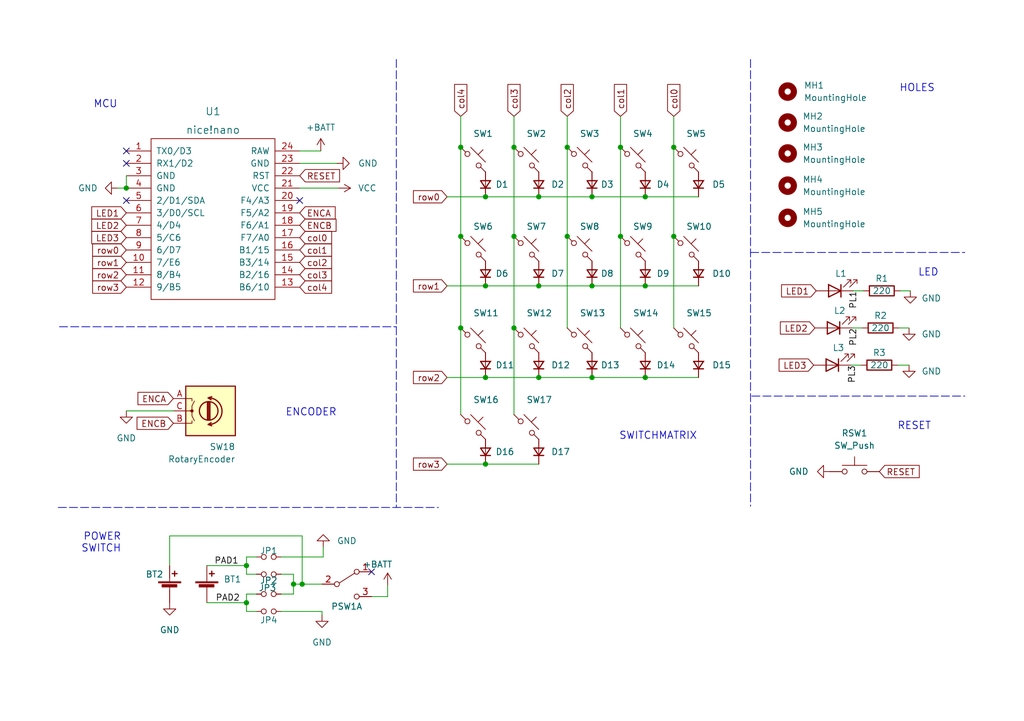
<source format=kicad_sch>
(kicad_sch (version 20211123) (generator eeschema)
  (paper "A5")
  (title_block (title "KLOTZ split keyboard") (date "2022-05-19") (rev "0.2") (comment 1 "Author: GEIST"))
  (lib_symbols
    (symbol "Device:Battery_Cell" (pin_numbers hide) (pin_names (offset 0) hide)
      (property "Reference" "BT" (at 2.54 2.54 0))
      (property "Value" "Battery_Cell" (at 2.54 0 0))
      (symbol "Battery_Cell_0_1"
        (rectangle (start -2.286 1.778) (end 2.286 1.524) (fill (type outline)))
        (rectangle (start -1.5748 1.1938) (end 1.4732 0.6858) (fill (type outline)))
        (polyline (pts (xy 0 0.762) (xy 0 0)))
        (polyline (pts (xy 0 1.778) (xy 0 2.54)))
        (polyline (pts (xy 0.508 3.429) (xy 1.524 3.429)) (stroke (width 0.254)))
        (polyline (pts (xy 1.016 3.937) (xy 1.016 2.921)) (stroke (width 0.254)))
      )
      (symbol "Battery_Cell_1_1"
        (pin passive line (at 0 5.08 270) (length 2.54) (name "+") (number "1"))
        (pin passive line (at 0 -2.54 90) (length 2.54) (name "-") (number "2"))
      )
    )
    (symbol "Device:D_Small" (pin_numbers hide) (pin_names (offset 0.254) hide)
      (property "Reference" "D" (at -1.27 2.032 0))
      (property "Value" "D_Small" (at -3.81 -2.032 0))
      (symbol "D_Small_0_1"
        (polyline (pts (xy -0.762 -1.016) (xy -0.762 1.016)) (stroke (width 0.254)))
        (polyline (pts (xy -0.762 0) (xy 0.762 0)))
        (polyline (pts (xy 0.762 -1.016) (xy -0.762 0) (xy 0.762 1.016) (xy 0.762 -1.016)) (stroke (width 0.254)))
      )
      (symbol "D_Small_1_1"
        (pin passive line (at -2.54 0 0) (length 1.778) (name "K") (number "1"))
        (pin passive line (at 2.54 0 180) (length 1.778) (name "A") (number "2"))
      )
    )
    (symbol "Device:LED" (pin_numbers hide) (pin_names (offset 1.016) hide)
      (property "Reference" "D" (at 0 2.54 0))
      (property "Value" "LED" (at 0 -2.54 0))
      (symbol "LED_0_1"
        (polyline (pts (xy -1.27 -1.27) (xy -1.27 1.27)) (stroke (width 0.254)))
        (polyline (pts (xy -1.27 0) (xy 1.27 0)))
        (polyline (pts (xy 1.27 -1.27) (xy 1.27 1.27) (xy -1.27 0) (xy 1.27 -1.27)) (stroke (width 0.254)))
        (polyline (pts (xy -3.048 -0.762) (xy -4.572 -2.286) (xy -3.81 -2.286) (xy -4.572 -2.286) (xy -4.572 -1.524)))
        (polyline (pts (xy -1.778 -0.762) (xy -3.302 -2.286) (xy -2.54 -2.286) (xy -3.302 -2.286) (xy -3.302 -1.524)))
      )
      (symbol "LED_1_1"
        (pin passive line (at -3.81 0 0) (length 2.54) (name "K") (number "1"))
        (pin passive line (at 3.81 0 180) (length 2.54) (name "A") (number "2"))
      )
    )
    (symbol "Device:R" (pin_numbers hide) (pin_names (offset 0))
      (property "Reference" "R" (at 2.032 0 90))
      (property "Value" "R" (at 0 0 90))
      (symbol "R_0_1"
        (rectangle (start -1.016 -2.54) (end 1.016 2.54) (stroke (width 0.254)))
      )
      (symbol "R_1_1"
        (pin passive line (at 0 3.81 270) (length 1.27) (name "~") (number "1"))
        (pin passive line (at 0 -3.81 90) (length 1.27) (name "~") (number "2"))
      )
    )
    (symbol "Device:RotaryEncoder" (pin_names (offset 0.254) hide)
      (property "Reference" "SW" (at 0 6.604 0))
      (property "Value" "RotaryEncoder" (at 0 -6.604 0))
      (symbol "RotaryEncoder_0_1"
        (rectangle (start -5.08 5.08) (end 5.08 -5.08) (stroke (width 0.254)) (fill (type background)))
        (circle (center -3.81 0) (radius 0.254) (fill (type outline)))
        (arc (start -0.381 -2.794) (mid 2.3622 -0.0635) (end -0.381 2.667) (stroke (width 0.254)))
        (circle (center -0.381 0) (radius 1.905) (stroke (width 0.254)))
        (polyline (pts (xy -0.635 -1.778) (xy -0.635 1.778)) (stroke (width 0.254)))
        (polyline (pts (xy -0.381 -1.778) (xy -0.381 1.778)) (stroke (width 0.254)))
        (polyline (pts (xy -0.127 1.778) (xy -0.127 -1.778)) (stroke (width 0.254)))
        (polyline (pts (xy -5.08 -2.54) (xy -3.81 -2.54) (xy -3.81 -2.032)))
        (polyline (pts (xy -5.08 2.54) (xy -3.81 2.54) (xy -3.81 2.032)))
        (polyline (pts (xy 0.254 -3.048) (xy -0.508 -2.794) (xy 0.127 -2.413)) (stroke (width 0.254)))
        (polyline (pts (xy 0.254 2.921) (xy -0.508 2.667) (xy 0.127 2.286)) (stroke (width 0.254)))
        (polyline (pts (xy -5.08 0) (xy -3.81 0) (xy -3.81 -1.016) (xy -3.302 -2.032)))
        (polyline (pts (xy -4.318 0) (xy -3.81 0) (xy -3.81 1.016) (xy -3.302 2.032)))
      )
      (symbol "RotaryEncoder_1_1"
        (pin passive line (at -7.62 2.54 0) (length 2.54) (name "A") (number "A"))
        (pin passive line (at -7.62 -2.54 0) (length 2.54) (name "B") (number "B"))
        (pin passive line (at -7.62 0 0) (length 2.54) (name "C") (number "C"))
      )
    )
    (symbol "KLOTZ:Device_Jumper_NO_Small" (pin_numbers hide) (pin_names (offset 0.762) hide)
      (property "Reference" "JP" (at 0 2.032 0))
      (property "Value" "Device_Jumper_NO_Small" (at 0.254 -1.524 0))
      (symbol "Device_Jumper_NO_Small_0_1"
        (circle (center -1.016 0) (radius 0.508))
        (circle (center 1.016 0) (radius 0.508))
        (pin passive line (at -2.54 0 0) (length 1.016) (name "1") (number "1"))
        (pin passive line (at 2.54 0 180) (length 1.016) (name "2") (number "2"))
      )
    )
    (symbol "KLOTZ:MX_SW_HS" (pin_numbers hide) (pin_names (offset 1.016) hide)
      (property "Reference" "SW" (at 3.048 1.016 0))
      (property "Value" "MX_SW_HS" (at 0 -3.81 0))
      (symbol "MX_SW_HS_0_1"
        (circle (center -1.1684 1.1684) (radius 0.508))
        (polyline (pts (xy -0.508 2.54) (xy 2.54 -0.508)))
        (polyline (pts (xy 1.016 1.016) (xy 2.032 2.032)))
        (polyline (pts (xy -2.54 2.54) (xy -1.524 1.524) (xy -1.524 1.524)))
        (polyline (pts (xy 1.524 -1.524) (xy 2.54 -2.54) (xy 2.54 -2.54) (xy 2.54 -2.54)))
        (circle (center 1.143 -1.1938) (radius 0.508))
        (pin passive line (at -2.54 2.54 0) (length 0) (name "1") (number "1"))
        (pin passive line (at 2.54 -2.54 180) (length 0) (name "2") (number "2"))
      )
    )
    (symbol "Mechanical:MountingHole" (pin_names (offset 1.016))
      (property "Reference" "H" (at 0 5.08 0))
      (property "Value" "MountingHole" (at 0 3.175 0))
      (symbol "MountingHole_0_1"
        (circle (center 0 0) (radius 1.27) (stroke (width 1.27)))
      )
    )
    (symbol "Switch:SW_DPDT_x2" (pin_names (offset 0) hide)
      (property "Reference" "SW" (at 0 4.318 0))
      (property "Value" "SW_DPDT_x2" (at 0 -5.08 0))
      (symbol "SW_DPDT_x2_0_0"
        (circle (center -2.032 0) (radius 0.508))
        (circle (center 2.032 -2.54) (radius 0.508))
      )
      (symbol "SW_DPDT_x2_0_1"
        (polyline (pts (xy -1.524 0.254) (xy 1.651 2.286)))
        (circle (center 2.032 2.54) (radius 0.508))
      )
      (symbol "SW_DPDT_x2_1_1"
        (pin passive line (at 5.08 2.54 180) (length 2.54) (name "A") (number "1"))
        (pin passive line (at -5.08 0 0) (length 2.54) (name "B") (number "2"))
        (pin passive line (at 5.08 -2.54 180) (length 2.54) (name "C") (number "3"))
      )
      (symbol "SW_DPDT_x2_2_1"
        (pin passive line (at 5.08 2.54 180) (length 2.54) (name "A") (number "4"))
        (pin passive line (at -5.08 0 0) (length 2.54) (name "B") (number "5"))
        (pin passive line (at 5.08 -2.54 180) (length 2.54) (name "C") (number "6"))
      )
    )
    (symbol "Switch:SW_Push" (pin_numbers hide) (pin_names (offset 1.016) hide)
      (property "Reference" "SW" (at 1.27 2.54 0))
      (property "Value" "SW_Push" (at 0 -1.524 0))
      (symbol "SW_Push_0_1"
        (circle (center -2.032 0) (radius 0.508))
        (polyline (pts (xy 0 1.27) (xy 0 3.048)))
        (polyline (pts (xy 2.54 1.27) (xy -2.54 1.27)))
        (circle (center 2.032 0) (radius 0.508))
        (pin passive line (at -5.08 0 0) (length 2.54) (name "1") (number "1"))
        (pin passive line (at 5.08 0 180) (length 2.54) (name "2") (number "2"))
      )
    )
    (symbol "device_jumper_no_small:Device_Jumper_NO_Small" (pin_numbers hide) (pin_names (offset 0.762) hide)
      (property "Reference" "JP" (at 0 2.032 0))
      (property "Value" "Device_Jumper_NO_Small" (at 0.254 -1.524 0))
      (symbol "Device_Jumper_NO_Small_0_1"
        (circle (center -1.016 0) (radius 0.508))
        (circle (center 1.016 0) (radius 0.508))
        (pin passive line (at -2.54 0 0) (length 1.016) (name "1") (number "1"))
        (pin passive line (at 2.54 0 180) (length 1.016) (name "2") (number "2"))
      )
    )
    (symbol "kbd:ProMicro" (pin_names (offset 1.016))
      (property "Reference" "U" (at 0 19.05 0))
      (property "Value" "ProMicro" (at 0 -19.05 0))
      (symbol "ProMicro_0_1"
        (rectangle (start -12.7 16.51) (end 12.7 -16.51))
      )
      (symbol "ProMicro_1_1"
        (pin bidirectional line (at -17.78 13.97 0) (length 5.08) (name "TX0/D3") (number "1"))
        (pin bidirectional line (at -17.78 -8.89 0) (length 5.08) (name "7/E6") (number "10"))
        (pin bidirectional line (at -17.78 -11.43 0) (length 5.08) (name "8/B4") (number "11"))
        (pin bidirectional line (at -17.78 -13.97 0) (length 5.08) (name "9/B5") (number "12"))
        (pin bidirectional line (at 17.78 -13.97 180) (length 5.08) (name "B6/10") (number "13"))
        (pin bidirectional line (at 17.78 -11.43 180) (length 5.08) (name "B2/16") (number "14"))
        (pin bidirectional line (at 17.78 -8.89 180) (length 5.08) (name "B3/14") (number "15"))
        (pin bidirectional line (at 17.78 -6.35 180) (length 5.08) (name "B1/15") (number "16"))
        (pin bidirectional line (at 17.78 -3.81 180) (length 5.08) (name "F7/A0") (number "17"))
        (pin bidirectional line (at 17.78 -1.27 180) (length 5.08) (name "F6/A1") (number "18"))
        (pin bidirectional line (at 17.78 1.27 180) (length 5.08) (name "F5/A2") (number "19"))
        (pin bidirectional line (at -17.78 11.43 0) (length 5.08) (name "RX1/D2") (number "2"))
        (pin bidirectional line (at 17.78 3.81 180) (length 5.08) (name "F4/A3") (number "20"))
        (pin power_in line (at 17.78 6.35 180) (length 5.08) (name "VCC") (number "21"))
        (pin input line (at 17.78 8.89 180) (length 5.08) (name "RST") (number "22"))
        (pin power_in line (at 17.78 11.43 180) (length 5.08) (name "GND") (number "23"))
        (pin power_out line (at 17.78 13.97 180) (length 5.08) (name "RAW") (number "24"))
        (pin power_in line (at -17.78 8.89 0) (length 5.08) (name "GND") (number "3"))
        (pin power_in line (at -17.78 6.35 0) (length 5.08) (name "GND") (number "4"))
        (pin bidirectional line (at -17.78 3.81 0) (length 5.08) (name "2/D1/SDA") (number "5"))
        (pin bidirectional line (at -17.78 1.27 0) (length 5.08) (name "3/D0/SCL") (number "6"))
        (pin bidirectional line (at -17.78 -1.27 0) (length 5.08) (name "4/D4") (number "7"))
        (pin bidirectional line (at -17.78 -3.81 0) (length 5.08) (name "5/C6") (number "8"))
        (pin bidirectional line (at -17.78 -6.35 0) (length 5.08) (name "6/D7") (number "9"))
      )
    )
    (symbol "marbastlib-mx:MX_SW_HS" (pin_numbers hide) (pin_names (offset 1.016) hide)
      (property "Reference" "SW" (at 3.048 1.016 0))
      (property "Value" "MX_SW_HS" (at 0 -3.81 0))
      (symbol "MX_SW_HS_0_1"
        (circle (center -1.1684 1.1684) (radius 0.508))
        (polyline (pts (xy -0.508 2.54) (xy 2.54 -0.508)))
        (polyline (pts (xy 1.016 1.016) (xy 2.032 2.032)))
        (polyline (pts (xy -2.54 2.54) (xy -1.524 1.524) (xy -1.524 1.524)))
        (polyline (pts (xy 1.524 -1.524) (xy 2.54 -2.54) (xy 2.54 -2.54) (xy 2.54 -2.54)))
        (circle (center 1.143 -1.1938) (radius 0.508))
        (pin passive line (at -2.54 2.54 0) (length 0) (name "1") (number "1"))
        (pin passive line (at 2.54 -2.54 180) (length 0) (name "2") (number "2"))
      )
    )
    (symbol "power:+BATT" (power) (pin_names (offset 0))
      (property "Value" "+BATT" (at 0 3.556 0))
      (symbol "+BATT_0_1"
        (polyline (pts (xy -0.762 1.27) (xy 0 2.54)))
        (polyline (pts (xy 0 0) (xy 0 2.54)))
        (polyline (pts (xy 0 2.54) (xy 0.762 1.27)))
      )
      (symbol "+BATT_1_1"
        (pin power_in line (at 0 0 90) (length 0) hide (name "+BATT") (number "1"))
      )
    )
    (symbol "power:GND" (power) (pin_names (offset 0))
      (property "Value" "GND" (at 0 -3.81 0))
      (symbol "GND_0_1"
        (polyline (pts (xy 0 0) (xy 0 -1.27) (xy 1.27 -1.27) (xy 0 -2.54) (xy -1.27 -1.27) (xy 0 -1.27)))
      )
      (symbol "GND_1_1"
        (pin power_in line (at 0 0 270) (length 0) hide (name "GND") (number "1"))
      )
    )
    (symbol "power:VCC" (power) (pin_names (offset 0))
      (property "Value" "VCC" (at 0 3.81 0))
      (symbol "VCC_0_1"
        (polyline (pts (xy -0.762 1.27) (xy 0 2.54)))
        (polyline (pts (xy 0 0) (xy 0 2.54)))
        (polyline (pts (xy 0 2.54) (xy 0.762 1.27)))
      )
      (symbol "VCC_1_1"
        (pin power_in line (at 0 0 90) (length 0) hide (name "VCC") (number "1"))
      )
    )
  )
  (junction (at 127.254 30.226))
  (junction (at 99.568 40.386))
  (junction (at 110.49 77.47))
  (junction (at 138.176 30.226))
  (junction (at 105.41 30.226))
  (junction (at 138.176 48.514))
  (junction (at 132.334 58.674))
  (junction (at 61.976 119.888))
  (junction (at 94.488 67.31))
  (junction (at 132.334 77.47))
  (junction (at 110.49 40.386))
  (junction (at 99.568 77.47))
  (junction (at 60.198 119.888))
  (junction (at 50.546 123.698))
  (junction (at 99.568 58.674))
  (junction (at 121.412 58.674))
  (junction (at 105.41 48.514))
  (junction (at 132.334 40.386))
  (junction (at 50.546 116.078))
  (junction (at 105.41 67.31))
  (junction (at 116.332 48.514))
  (junction (at 121.412 40.386))
  (junction (at 110.49 58.674))
  (junction (at 127.254 48.514))
  (junction (at 99.568 95.25))
  (junction (at 25.908 38.608))
  (junction (at 116.332 30.226))
  (junction (at 121.412 77.47))
  (junction (at 94.488 30.226))
  (junction (at 94.488 48.514))
  (no_connect (at 25.908 30.988))
  (no_connect (at 25.908 41.148))
  (no_connect (at 61.468 41.148))
  (no_connect (at 76.2 117.348))
  (no_connect (at 25.908 33.528))
  (wire (pts (xy 57.658 114.3) (xy 66.294 114.3)))
  (wire (pts (xy 57.658 125.476) (xy 66.04 125.476)))
  (wire (pts (xy 34.798 109.982) (xy 61.976 109.982)))
  (wire (pts (xy 121.412 77.47) (xy 132.334 77.47)))
  (wire (pts (xy 91.694 40.386) (xy 99.568 40.386)))
  (wire (pts (xy 110.49 40.386) (xy 121.412 40.386)))
  (wire (pts (xy 50.546 117.856) (xy 52.578 117.856)))
  (wire (pts (xy 50.546 121.92) (xy 52.578 121.92)))
  (wire (pts (xy 127.254 23.876) (xy 127.254 30.226)))
  (wire (pts (xy 99.568 77.47) (xy 110.49 77.47)))
  (wire (pts (xy 42.418 123.698) (xy 50.546 123.698)))
  (wire (pts (xy 94.488 23.876) (xy 94.488 30.226)))
  (wire (pts (xy 50.546 116.078) (xy 50.546 117.856)))
  (wire (pts (xy 105.41 67.31) (xy 105.41 85.09)))
  (wire (pts (xy 57.658 121.92) (xy 60.198 121.92)))
  (wire (pts (xy 50.546 123.698) (xy 50.546 121.92)))
  (wire (pts (xy 61.468 38.608) (xy 69.342 38.608)))
  (polyline (pts (xy 153.924 51.816) (xy 197.866 51.816)))
  (wire (pts (xy 138.176 48.514) (xy 138.176 67.31)))
  (wire (pts (xy 91.694 58.674) (xy 99.568 58.674)))
  (wire (pts (xy 91.694 77.47) (xy 99.568 77.47)))
  (wire (pts (xy 116.332 30.226) (xy 116.332 48.514)))
  (wire (pts (xy 61.468 30.988) (xy 65.786 30.988)))
  (wire (pts (xy 121.412 58.674) (xy 132.334 58.674)))
  (wire (pts (xy 138.176 23.876) (xy 138.176 30.226)))
  (wire (pts (xy 61.976 109.982) (xy 61.976 119.888)))
  (wire (pts (xy 116.332 48.514) (xy 116.332 67.31)))
  (wire (pts (xy 99.568 40.386) (xy 110.49 40.386)))
  (wire (pts (xy 186.69 59.69) (xy 184.658 59.69)))
  (wire (pts (xy 79.502 122.428) (xy 79.502 120.142)))
  (wire (pts (xy 76.2 122.428) (xy 79.502 122.428)))
  (wire (pts (xy 94.488 48.514) (xy 94.488 67.31)))
  (wire (pts (xy 110.49 77.47) (xy 121.412 77.47)))
  (wire (pts (xy 61.976 119.888) (xy 60.198 119.888)))
  (wire (pts (xy 52.578 125.476) (xy 50.546 125.476)))
  (wire (pts (xy 105.41 23.876) (xy 105.41 30.226)))
  (wire (pts (xy 94.488 67.31) (xy 94.488 85.09)))
  (polyline (pts (xy 154.178 81.28) (xy 197.866 81.28)))
  (wire (pts (xy 132.334 40.386) (xy 143.256 40.386)))
  (wire (pts (xy 127.254 30.226) (xy 127.254 48.514)))
  (wire (pts (xy 50.546 125.476) (xy 50.546 123.698)))
  (wire (pts (xy 66.294 114.3) (xy 66.294 112.268)))
  (wire (pts (xy 116.332 23.876) (xy 116.332 30.226)))
  (wire (pts (xy 110.49 58.674) (xy 121.412 58.674)))
  (wire (pts (xy 61.468 33.528) (xy 69.088 33.528)))
  (wire (pts (xy 42.418 116.078) (xy 50.546 116.078)))
  (wire (pts (xy 60.198 117.856) (xy 57.658 117.856)))
  (wire (pts (xy 176.53 74.93) (xy 174.498 74.93)))
  (wire (pts (xy 105.41 30.226) (xy 105.41 48.514)))
  (polyline (pts (xy 11.938 104.14) (xy 89.916 104.14)))
  (wire (pts (xy 25.908 36.068) (xy 25.908 38.608)))
  (wire (pts (xy 94.488 30.226) (xy 94.488 48.514)))
  (wire (pts (xy 66.04 119.888) (xy 61.976 119.888)))
  (wire (pts (xy 127.254 48.514) (xy 127.254 67.31)))
  (wire (pts (xy 186.436 74.93) (xy 184.15 74.93)))
  (wire (pts (xy 99.568 95.25) (xy 110.49 95.25)))
  (wire (pts (xy 132.334 58.674) (xy 143.256 58.674)))
  (wire (pts (xy 34.798 116.078) (xy 34.798 109.982)))
  (wire (pts (xy 177.038 59.69) (xy 175.006 59.69)))
  (wire (pts (xy 138.176 30.226) (xy 138.176 48.514)))
  (wire (pts (xy 66.04 125.476) (xy 66.04 126.238)))
  (wire (pts (xy 60.198 117.856) (xy 60.198 119.888)))
  (wire (pts (xy 186.436 67.31) (xy 184.404 67.31)))
  (wire (pts (xy 99.568 58.674) (xy 110.49 58.674)))
  (wire (pts (xy 132.334 77.47) (xy 143.256 77.47)))
  (wire (pts (xy 25.908 84.328) (xy 35.56 84.328)))
  (wire (pts (xy 60.198 119.888) (xy 60.198 121.92)))
  (wire (pts (xy 52.578 114.3) (xy 50.546 114.3)))
  (wire (pts (xy 105.41 48.514) (xy 105.41 67.31)))
  (wire (pts (xy 24.13 38.608) (xy 25.908 38.608)))
  (polyline (pts (xy 81.28 12.192) (xy 81.28 104.14)))
  (wire (pts (xy 176.784 67.31) (xy 174.752 67.31)))
  (polyline (pts (xy 153.924 12.192) (xy 153.924 103.886)))
  (wire (pts (xy 50.546 114.3) (xy 50.546 116.078)))
  (wire (pts (xy 91.694 95.25) (xy 99.568 95.25)))
  (wire (pts (xy 121.412 40.386) (xy 132.334 40.386)))
  (polyline (pts (xy 12.192 67.056) (xy 81.28 67.056)))
  (text "SWITCHMATRIX" (at 143.002 90.424 180) (effects (font (size 1.5 1.5)) (justify right bottom)))
  (text "POWER\nSWITCH" (at 24.892 113.538 180) (effects (font (size 1.5 1.5)) (justify right bottom)))
  (text "HOLES" (at 191.77 19.05 180) (effects (font (size 1.5 1.5)) (justify right bottom)))
  (text "LED" (at 192.532 56.896 180) (effects (font (size 1.5 1.5)) (justify right bottom)))
  (text "MCU" (at 24.13 22.352 180) (effects (font (size 1.5 1.5)) (justify right bottom)))
  (text "RESET" (at 191.008 88.392 180) (effects (font (size 1.5 1.5)) (justify right bottom)))
  (text "ENCODER" (at 69.088 85.598 180) (effects (font (size 1.5 1.5)) (justify right bottom)))
  (label "PAD2" (at 44.196 123.698 0))
  (label "PL3" (at 175.768 74.93 270))
  (label "PAD1" (at 43.942 116.078 0))
  (label "PL1" (at 176.022 59.69 270))
  (label "PL2" (at 176.022 67.31 270))
  (global_label "col4" (shape input) (at 94.488 23.876 90) (property "Intersheet References" "${INTERSHEET_REFS}" (effects hide)))
  (global_label "col1" (shape input) (at 127.254 23.876 90) (property "Intersheet References" "${INTERSHEET_REFS}" (effects hide)))
  (global_label "col3" (shape input) (at 105.41 23.876 90) (property "Intersheet References" "${INTERSHEET_REFS}" (effects hide)))
  (global_label "ENCA" (shape input) (at 35.56 81.788 180) (property "Intersheet References" "${INTERSHEET_REFS}" (effects hide)))
  (global_label "row3" (shape input) (at 25.908 58.928 180) (property "Intersheet References" "${INTERSHEET_REFS}" (effects hide)))
  (global_label "col2" (shape input) (at 116.332 23.876 90) (property "Intersheet References" "${INTERSHEET_REFS}" (effects hide)))
  (global_label "row1" (shape input) (at 25.908 53.848 180) (property "Intersheet References" "${INTERSHEET_REFS}" (effects hide)))
  (global_label "LED3" (shape input) (at 166.878 74.93 180) (property "Intersheet References" "${INTERSHEET_REFS}" (effects hide)))
  (global_label "LED1" (shape input) (at 167.386 59.69 180) (property "Intersheet References" "${INTERSHEET_REFS}" (effects hide)))
  (global_label "row1" (shape input) (at 91.694 58.674 180) (property "Intersheet References" "${INTERSHEET_REFS}" (effects hide)))
  (global_label "col3" (shape input) (at 61.468 56.388 0) (property "Intersheet References" "${INTERSHEET_REFS}" (effects hide)))
  (global_label "row2" (shape input) (at 25.908 56.388 180) (property "Intersheet References" "${INTERSHEET_REFS}" (effects hide)))
  (global_label "ENCB" (shape input) (at 35.56 86.868 180) (property "Intersheet References" "${INTERSHEET_REFS}" (effects hide)))
  (global_label "LED2" (shape input) (at 25.908 46.228 180) (property "Intersheet References" "${INTERSHEET_REFS}" (effects hide)))
  (global_label "RESET" (shape input) (at 61.468 36.068 0) (property "Intersheet References" "${INTERSHEET_REFS}" (effects hide)))
  (global_label "col4" (shape input) (at 61.468 58.928 0) (property "Intersheet References" "${INTERSHEET_REFS}" (effects hide)))
  (global_label "row0" (shape input) (at 91.694 40.386 180) (property "Intersheet References" "${INTERSHEET_REFS}" (effects hide)))
  (global_label "LED3" (shape input) (at 25.908 48.768 180) (property "Intersheet References" "${INTERSHEET_REFS}" (effects hide)))
  (global_label "col2" (shape input) (at 61.468 53.848 0) (property "Intersheet References" "${INTERSHEET_REFS}" (effects hide)))
  (global_label "LED1" (shape input) (at 25.908 43.688 180) (property "Intersheet References" "${INTERSHEET_REFS}" (effects hide)))
  (global_label "ENCA" (shape input) (at 61.468 43.688 0) (property "Intersheet References" "${INTERSHEET_REFS}" (effects hide)))
  (global_label "RESET" (shape input) (at 180.34 96.774 0) (property "Intersheet References" "${INTERSHEET_REFS}" (effects hide)))
  (global_label "row3" (shape input) (at 91.694 95.25 180) (property "Intersheet References" "${INTERSHEET_REFS}" (effects hide)))
  (global_label "col0" (shape input) (at 138.176 23.876 90) (property "Intersheet References" "${INTERSHEET_REFS}" (effects hide)))
  (global_label "row2" (shape input) (at 91.694 77.47 180) (property "Intersheet References" "${INTERSHEET_REFS}" (effects hide)))
  (global_label "col0" (shape input) (at 61.468 48.768 0) (property "Intersheet References" "${INTERSHEET_REFS}" (effects hide)))
  (global_label "col1" (shape input) (at 61.468 51.308 0) (property "Intersheet References" "${INTERSHEET_REFS}" (effects hide)))
  (global_label "ENCB" (shape input) (at 61.468 46.228 0) (property "Intersheet References" "${INTERSHEET_REFS}" (effects hide)))
  (global_label "row0" (shape input) (at 25.908 51.308 180) (property "Intersheet References" "${INTERSHEET_REFS}" (effects hide)))
  (global_label "LED2" (shape input) (at 167.132 67.31 180) (property "Intersheet References" "${INTERSHEET_REFS}" (effects hide)))
  (symbol (lib_id "power:GND") (at 170.18 96.774 270) (unit 1)
    (property "Reference" "#PWR0105" (effects hide))
    (property "Value" "GND" (at 165.862 96.7739 90) (effects (justify right)))
  )
  (symbol (lib_id "Mechanical:MountingHole") (at 161.544 31.496 0) (unit 1)
    (property "Reference" "MH3" (at 164.592 30.2259 0) (effects (justify left)))
    (property "Value" "MountingHole" (at 164.592 32.7659 0) (effects (justify left)))
    (property "Footprint" "MountingHole:MountingHole_2.2mm_M2_ISO7380_Pad" (effects hide))
  )
  (symbol (lib_id "marbastlib-mx:MX_SW_HS") (at 118.872 51.054 0) (unit 1)
    (property "Reference" "SW8" (at 118.872 46.482 0) (effects (justify left)))
    (property "Value" "MX_SW_HS" (effects hide))
    (property "Footprint" "KLOTZ:Kailh_socket_PG1350_optional_reversible" (effects hide))
  )
  (symbol (lib_id "Device:D_Small") (at 110.49 56.134 90) (unit 1)
    (property "Reference" "D7" (at 113.03 56.1339 90) (effects (justify right)))
    (property "Value" "D_Small" (effects hide))
    (property "Footprint" "KLOTZ:Diode_SOD123" (effects hide))
  )
  (symbol (lib_id "Device:LED") (at 171.196 59.69 180) (unit 1)
    (property "Reference" "L1" (at 172.466 56.134 0))
    (property "Value" "LED" (effects hide))
    (property "Footprint" "KLOTZ:LED_3mm_reversible" (effects hide))
  )
  (symbol (lib_id "marbastlib-mx:MX_SW_HS") (at 140.716 32.766 0) (unit 1)
    (property "Reference" "SW5" (at 140.716 27.432 0) (effects (justify left)))
    (property "Value" "MX_SW_HS" (effects hide))
    (property "Footprint" "KLOTZ:Kailh_socket_PG1350_optional_reversible" (effects hide))
  )
  (symbol (lib_id "power:+BATT") (at 79.502 120.142 0) (unit 1)
    (property "Reference" "#PWR0106" (effects hide))
    (property "Value" "+BATT" (at 77.47 115.824 0))
  )
  (symbol (lib_id "Device:D_Small") (at 132.334 56.134 90) (unit 1)
    (property "Reference" "D9" (at 134.62 56.1339 90) (effects (justify right)))
    (property "Value" "D_Small" (effects hide))
    (property "Footprint" "KLOTZ:Diode_SOD123" (effects hide))
  )
  (symbol (lib_id "power:GND") (at 186.69 59.69 0) (unit 1)
    (property "Reference" "#PWR0111" (effects hide))
    (property "Value" "GND" (at 191.008 61.214 0))
  )
  (symbol (lib_id "Device:LED") (at 170.688 74.93 180) (unit 1)
    (property "Reference" "L3" (at 171.958 71.374 0))
    (property "Value" "LED" (effects hide))
    (property "Footprint" "KLOTZ:LED_3mm_reversible" (effects hide))
  )
  (symbol (lib_id "Device:D_Small") (at 99.568 37.846 90) (unit 1)
    (property "Reference" "D1" (at 101.6 37.8459 90) (effects (justify right)))
    (property "Value" "D_Small" (effects hide))
    (property "Footprint" "KLOTZ:Diode_SOD123" (effects hide))
  )
  (symbol (lib_id "Device:D_Small") (at 132.334 74.93 90) (unit 1)
    (property "Reference" "D14" (at 134.62 74.9299 90) (effects (justify right)))
    (property "Value" "D_Small" (effects hide))
    (property "Footprint" "KLOTZ:Diode_SOD123" (effects hide))
  )
  (symbol (lib_id "marbastlib-mx:MX_SW_HS") (at 129.794 51.054 0) (unit 1)
    (property "Reference" "SW9" (at 129.794 46.482 0) (effects (justify left)))
    (property "Value" "MX_SW_HS" (effects hide))
    (property "Footprint" "KLOTZ:Kailh_socket_PG1350_optional_reversible" (effects hide))
  )
  (symbol (lib_id "Device:D_Small") (at 110.49 74.93 90) (unit 1)
    (property "Reference" "D12" (at 113.03 74.9299 90) (effects (justify right)))
    (property "Value" "D_Small" (effects hide))
    (property "Footprint" "KLOTZ:Diode_SOD123" (effects hide))
  )
  (symbol (lib_id "marbastlib-mx:MX_SW_HS") (at 118.872 32.766 0) (unit 1)
    (property "Reference" "SW3" (at 118.872 27.432 0) (effects (justify left)))
    (property "Value" "MX_SW_HS" (effects hide))
    (property "Footprint" "KLOTZ:Kailh_socket_PG1350_optional_reversible" (effects hide))
  )
  (symbol (lib_id "Device:Battery_Cell") (at 42.418 121.158 0) (unit 1)
    (property "Reference" "BT1" (at 49.53 118.872 0) (effects (justify right)))
    (property "Value" "Battery_Cell" (effects hide))
    (property "Footprint" "KLOTZ:JST_PH_reversible" (effects hide))
  )
  (symbol (lib_id "Device:R") (at 180.594 67.31 90) (unit 1)
    (property "Reference" "R2" (at 180.594 64.77 90))
    (property "Value" "220" (at 180.594 67.31 90))
    (property "Footprint" "KLOTZ:R_1206_DoubleSided" (effects hide))
  )
  (symbol (lib_id "Mechanical:MountingHole") (at 161.544 25.146 0) (unit 1)
    (property "Reference" "MH2" (at 164.592 23.8759 0) (effects (justify left)))
    (property "Value" "MountingHole" (at 164.592 26.4159 0) (effects (justify left)))
    (property "Footprint" "MountingHole:MountingHole_2.2mm_M2_ISO7380_Pad" (effects hide))
  )
  (symbol (lib_id "Device:D_Small") (at 99.568 74.93 90) (unit 1)
    (property "Reference" "D11" (at 101.6 74.9299 90) (effects (justify right)))
    (property "Value" "D_Small" (effects hide))
    (property "Footprint" "KLOTZ:Diode_SOD123" (effects hide))
  )
  (symbol (lib_id "Mechanical:MountingHole") (at 161.544 18.796 0) (unit 1)
    (property "Reference" "MH1" (at 164.846 17.5259 0) (effects (justify left)))
    (property "Value" "MountingHole" (at 164.846 20.0659 0) (effects (justify left)))
    (property "Footprint" "MountingHole:MountingHole_2.2mm_M2_ISO7380_Pad" (effects hide))
  )
  (symbol (lib_id "Device:D_Small") (at 110.49 37.846 90) (unit 1)
    (property "Reference" "D2" (at 113.03 37.8459 90) (effects (justify right)))
    (property "Value" "D_Small" (effects hide))
    (property "Footprint" "KLOTZ:Diode_SOD123" (effects hide))
  )
  (symbol (lib_id "Device:D_Small") (at 143.256 74.93 90) (unit 1)
    (property "Reference" "D15" (at 146.05 74.9299 90) (effects (justify right)))
    (property "Value" "D_Small" (effects hide))
    (property "Footprint" "KLOTZ:Diode_SOD123" (effects hide))
  )
  (symbol (lib_id "Switch:SW_Push") (at 175.26 96.774 0) (unit 1)
    (property "Reference" "RSW1" (at 175.26 88.9 0))
    (property "Value" "SW_Push" (at 175.26 91.44 0))
    (property "Footprint" "KLOTZ:ResetSW" (effects hide))
  )
  (symbol (lib_id "Device:D_Small") (at 110.49 92.71 90) (unit 1)
    (property "Reference" "D17" (at 113.03 92.7099 90) (effects (justify right)))
    (property "Value" "D_Small" (effects hide))
    (property "Footprint" "KLOTZ:Diode_SOD123" (effects hide))
  )
  (symbol (lib_id "Device:D_Small") (at 121.412 56.134 90) (unit 1)
    (property "Reference" "D8" (at 123.19 56.1339 90) (effects (justify right)))
    (property "Value" "D_Small" (effects hide))
    (property "Footprint" "KLOTZ:Diode_SOD123" (effects hide))
  )
  (symbol (lib_id "KLOTZ:Device_Jumper_NO_Small") (at 55.118 121.92 0) (unit 1)
    (property "Reference" "JP3" (at 54.864 120.65 0))
    (property "Value" "Device_Jumper_NO_Small" (effects hide))
    (property "Footprint" "KLOTZ:Jumper" (effects hide))
  )
  (symbol (lib_id "Device:R") (at 180.34 74.93 90) (unit 1)
    (property "Reference" "R3" (at 180.34 72.39 90))
    (property "Value" "220" (at 180.34 74.93 90))
    (property "Footprint" "KLOTZ:R_1206_DoubleSided" (effects hide))
  )
  (symbol (lib_id "Mechanical:MountingHole") (at 161.544 44.704 0) (unit 1)
    (property "Reference" "MH5" (at 164.592 43.4339 0) (effects (justify left)))
    (property "Value" "MountingHole" (at 164.592 45.9739 0) (effects (justify left)))
    (property "Footprint" "MountingHole:MountingHole_2.2mm_M2_ISO7380_Pad" (effects hide))
  )
  (symbol (lib_id "marbastlib-mx:MX_SW_HS") (at 118.872 69.85 0) (unit 1)
    (property "Reference" "SW13" (at 118.872 64.262 0) (effects (justify left)))
    (property "Value" "MX_SW_HS" (effects hide))
    (property "Footprint" "KLOTZ:Kailh_socket_PG1350_optional_reversible" (effects hide))
  )
  (symbol (lib_id "power:GND") (at 66.04 126.238 0) (unit 1)
    (property "Reference" "#PWR0112" (effects hide))
    (property "Value" "GND" (at 66.04 131.826 0))
  )
  (symbol (lib_id "power:VCC") (at 69.342 38.608 270) (unit 1)
    (property "Reference" "#PWR0102" (effects hide))
    (property "Value" "VCC" (at 73.406 38.6079 90) (effects (justify left)))
  )
  (symbol (lib_id "marbastlib-mx:MX_SW_HS") (at 97.028 87.63 0) (unit 1)
    (property "Reference" "SW16" (at 97.028 82.042 0) (effects (justify left)))
    (property "Value" "MX_SW_HS" (effects hide))
    (property "Footprint" "KLOTZ:Kailh_socket_PG1350_optional_reversible" (effects hide))
  )
  (symbol (lib_id "Device:D_Small") (at 99.568 56.134 90) (unit 1)
    (property "Reference" "D6" (at 101.6 56.1339 90) (effects (justify right)))
    (property "Value" "D_Small" (effects hide))
    (property "Footprint" "KLOTZ:Diode_SOD123" (effects hide))
  )
  (symbol (lib_id "marbastlib-mx:MX_SW_HS") (at 129.794 32.766 0) (unit 1)
    (property "Reference" "SW4" (at 129.794 27.432 0) (effects (justify left)))
    (property "Value" "MX_SW_HS" (effects hide))
    (property "Footprint" "KLOTZ:Kailh_socket_PG1350_optional_reversible" (effects hide))
  )
  (symbol (lib_id "Mechanical:MountingHole") (at 161.544 38.1 0) (unit 1)
    (property "Reference" "MH4" (at 164.592 36.8299 0) (effects (justify left)))
    (property "Value" "MountingHole" (at 164.592 39.3699 0) (effects (justify left)))
    (property "Footprint" "MountingHole:MountingHole_2.2mm_M2_ISO7380_Pad" (effects hide))
  )
  (symbol (lib_id "power:+BATT") (at 65.786 30.988 0) (unit 1)
    (property "Reference" "#PWR0108" (effects hide))
    (property "Value" "+BATT" (at 65.786 26.162 0))
  )
  (symbol (lib_id "marbastlib-mx:MX_SW_HS") (at 107.95 69.85 0) (unit 1)
    (property "Reference" "SW12" (at 107.95 64.262 0) (effects (justify left)))
    (property "Value" "MX_SW_HS" (effects hide))
    (property "Footprint" "KLOTZ:Kailh_socket_PG1350_optional_reversible" (effects hide))
  )
  (symbol (lib_id "power:GND") (at 24.13 38.608 270) (unit 1)
    (property "Reference" "#PWR0104" (effects hide))
    (property "Value" "GND" (at 20.066 38.6079 90) (effects (justify right)))
  )
  (symbol (lib_id "Device:Battery_Cell") (at 34.798 121.158 0) (unit 1)
    (property "Reference" "BT2" (at 33.528 117.856 0) (effects (justify right)))
    (property "Value" "Battery_Cell" (effects hide))
    (property "Footprint" "KLOTZ:custombatteryconnector" (effects hide))
  )
  (symbol (lib_id "KLOTZ:Device_Jumper_NO_Small") (at 55.118 114.3 0) (unit 1)
    (property "Reference" "JP1" (at 55.118 113.03 0))
    (property "Value" "Device_Jumper_NO_Small" (effects hide))
    (property "Footprint" "KLOTZ:Jumper" (effects hide))
  )
  (symbol (lib_id "power:GND") (at 186.436 74.93 0) (unit 1)
    (property "Reference" "#PWR0109" (effects hide))
    (property "Value" "GND" (at 188.976 76.2 0) (effects (justify left)))
  )
  (symbol (lib_id "KLOTZ:MX_SW_HS") (at 97.028 32.766 0) (unit 1)
    (property "Reference" "SW1" (at 97.028 27.432 0) (effects (justify left)))
    (property "Value" "MX_SW_HS" (effects hide))
    (property "Footprint" "KLOTZ:Kailh_socket_PG1350_optional_reversible" (effects hide))
  )
  (symbol (lib_id "Device:D_Small") (at 99.568 92.71 90) (unit 1)
    (property "Reference" "D16" (at 101.6 92.7099 90) (effects (justify right)))
    (property "Value" "D_Small" (effects hide))
    (property "Footprint" "KLOTZ:Diode_SOD123" (effects hide))
  )
  (symbol (lib_id "marbastlib-mx:MX_SW_HS") (at 140.716 51.054 0) (unit 1)
    (property "Reference" "SW10" (at 140.716 46.482 0) (effects (justify left)))
    (property "Value" "MX_SW_HS" (effects hide))
    (property "Footprint" "KLOTZ:Kailh_socket_PG1350_optional_reversible" (effects hide))
  )
  (symbol (lib_id "Device:RotaryEncoder") (at 43.18 84.328 0) (unit 1)
    (property "Reference" "SW18" (at 48.26 91.694 0) (effects (justify right)))
    (property "Value" "RotaryEncoder" (at 48.26 94.234 0) (effects (justify right)))
    (property "Footprint" "Rotary_Encoder:RotaryEncoder_Alps_EC12E_Vertical_H20mm" (effects hide))
  )
  (symbol (lib_id "Device:LED") (at 170.942 67.31 180) (unit 1)
    (property "Reference" "L2" (at 172.212 63.754 0))
    (property "Value" "LED" (effects hide))
    (property "Footprint" "KLOTZ:LED_3mm_reversible" (effects hide))
  )
  (symbol (lib_id "marbastlib-mx:MX_SW_HS") (at 140.716 69.85 0) (unit 1)
    (property "Reference" "SW15" (at 140.716 64.262 0) (effects (justify left)))
    (property "Value" "MX_SW_HS" (effects hide))
    (property "Footprint" "KLOTZ:Kailh_socket_PG1350_optional_reversible" (effects hide))
  )
  (symbol (lib_id "marbastlib-mx:MX_SW_HS") (at 97.028 69.85 0) (unit 1)
    (property "Reference" "SW11" (at 97.028 64.262 0) (effects (justify left)))
    (property "Value" "MX_SW_HS" (effects hide))
    (property "Footprint" "KLOTZ:Kailh_socket_PG1350_optional_reversible" (effects hide))
  )
  (symbol (lib_id "Device:D_Small") (at 132.334 37.846 90) (unit 1)
    (property "Reference" "D4" (at 134.62 37.8459 90) (effects (justify right)))
    (property "Value" "D_Small" (effects hide))
    (property "Footprint" "KLOTZ:Diode_SOD123" (effects hide))
  )
  (symbol (lib_id "marbastlib-mx:MX_SW_HS") (at 107.95 87.63 0) (unit 1)
    (property "Reference" "SW17" (at 107.95 82.042 0) (effects (justify left)))
    (property "Value" "MX_SW_HS" (effects hide))
    (property "Footprint" "KLOTZ:Kailh_socket_PG1350_optional_reversible" (effects hide))
  )
  (symbol (lib_id "marbastlib-mx:MX_SW_HS") (at 107.95 51.054 0) (unit 1)
    (property "Reference" "SW7" (at 107.95 46.482 0) (effects (justify left)))
    (property "Value" "MX_SW_HS" (effects hide))
    (property "Footprint" "KLOTZ:Kailh_socket_PG1350_optional_reversible" (effects hide))
  )
  (symbol (lib_id "Device:D_Small") (at 121.412 37.846 90) (unit 1)
    (property "Reference" "D3" (at 123.19 37.8459 90) (effects (justify right)))
    (property "Value" "D_Small" (effects hide))
    (property "Footprint" "KLOTZ:Diode_SOD123" (effects hide))
  )
  (symbol (lib_id "power:GND") (at 186.436 67.31 0) (unit 1)
    (property "Reference" "#PWR0110" (effects hide))
    (property "Value" "GND" (at 188.976 68.58 0) (effects (justify left)))
  )
  (symbol (lib_id "power:GND") (at 69.088 33.528 90) (unit 1)
    (property "Reference" "#PWR0103" (effects hide))
    (property "Value" "GND" (at 73.406 33.5279 90) (effects (justify right)))
  )
  (symbol (lib_id "Switch:SW_DPDT_x2") (at 71.12 119.888 0) (unit 1)
    (property "Reference" "PSW1" (at 71.12 124.46 0))
    (property "Value" "SW_DPDT_x2" (effects hide))
    (property "Footprint" "KLOTZ:MSK12C02_reversible" (effects hide))
  )
  (symbol (lib_id "marbastlib-mx:MX_SW_HS") (at 129.794 69.85 0) (unit 1)
    (property "Reference" "SW14" (at 129.794 64.262 0) (effects (justify left)))
    (property "Value" "MX_SW_HS" (effects hide))
    (property "Footprint" "KLOTZ:Kailh_socket_PG1350_optional_reversible" (effects hide))
  )
  (symbol (lib_id "kbd:ProMicro") (at 43.688 44.958 0) (unit 1)
    (property "Reference" "U1" (at 43.688 22.86 0) (effects (font (size 1.524 1.524))))
    (property "Value" "nice!nano" (at 43.688 26.67 0) (effects (font (size 1.524 1.524))))
    (property "Footprint" "KLOTZ:ProMicro_v2" (effects hide))
  )
  (symbol (lib_id "power:GND") (at 25.908 84.328 0) (unit 1)
    (property "Reference" "#PWR0101" (effects hide))
    (property "Value" "GND" (at 25.908 89.916 0))
  )
  (symbol (lib_id "power:GND") (at 66.294 112.268 180) (unit 1)
    (property "Reference" "#PWR0113" (effects hide))
    (property "Value" "GND" (at 69.088 110.9979 0) (effects (justify right)))
  )
  (symbol (lib_id "Device:D_Small") (at 121.412 74.93 90) (unit 1)
    (property "Reference" "D13" (at 123.19 74.9299 90) (effects (justify right)))
    (property "Value" "D_Small" (effects hide))
    (property "Footprint" "KLOTZ:Diode_SOD123" (effects hide))
  )
  (symbol (lib_id "Device:D_Small") (at 143.256 56.134 90) (unit 1)
    (property "Reference" "D10" (at 146.05 56.1339 90) (effects (justify right)))
    (property "Value" "D_Small" (effects hide))
    (property "Footprint" "KLOTZ:Diode_SOD123" (effects hide))
  )
  (symbol (lib_id "KLOTZ:MX_SW_HS") (at 107.95 32.766 0) (unit 1)
    (property "Reference" "SW2" (at 107.95 27.432 0) (effects (justify left)))
    (property "Value" "MX_SW_HS" (effects hide))
    (property "Footprint" "KLOTZ:Kailh_socket_PG1350_optional_reversible" (effects hide))
  )
  (symbol (lib_id "marbastlib-mx:MX_SW_HS") (at 97.028 51.054 0) (unit 1)
    (property "Reference" "SW6" (at 97.028 46.482 0) (effects (justify left)))
    (property "Value" "MX_SW_HS" (effects hide))
    (property "Footprint" "KLOTZ:Kailh_socket_PG1350_optional_reversible" (effects hide))
  )
  (symbol (lib_id "Device:D_Small") (at 143.256 37.846 90) (unit 1)
    (property "Reference" "D5" (at 146.05 37.8459 90) (effects (justify right)))
    (property "Value" "D_Small" (effects hide))
    (property "Footprint" "KLOTZ:Diode_SOD123" (effects hide))
  )
  (symbol (lib_id "KLOTZ:Device_Jumper_NO_Small") (at 55.118 125.476 0) (unit 1)
    (property "Reference" "JP4" (at 55.118 127.254 0))
    (property "Value" "Device_Jumper_NO_Small" (effects hide))
    (property "Footprint" "KLOTZ:Jumper" (effects hide))
  )
  (symbol (lib_id "power:GND") (at 34.798 123.698 0) (unit 1)
    (property "Reference" "#PWR0107" (effects hide))
    (property "Value" "GND" (at 34.798 129.286 0))
  )
  (symbol (lib_id "device_jumper_no_small:Device_Jumper_NO_Small") (at 55.118 117.856 0) (unit 1)
    (property "Reference" "JP2" (at 55.118 119.126 0))
    (property "Value" "Device_Jumper_NO_Small" (effects hide))
    (property "Footprint" "KLOTZ:Jumper" (effects hide))
  )
  (symbol (lib_id "Device:R") (at 180.848 59.69 90) (unit 1)
    (property "Reference" "R1" (at 180.848 57.15 90))
    (property "Value" "220" (at 180.848 59.69 90))
    (property "Footprint" "KLOTZ:R_1206_DoubleSided" (effects hide))
  )
)
</source>
